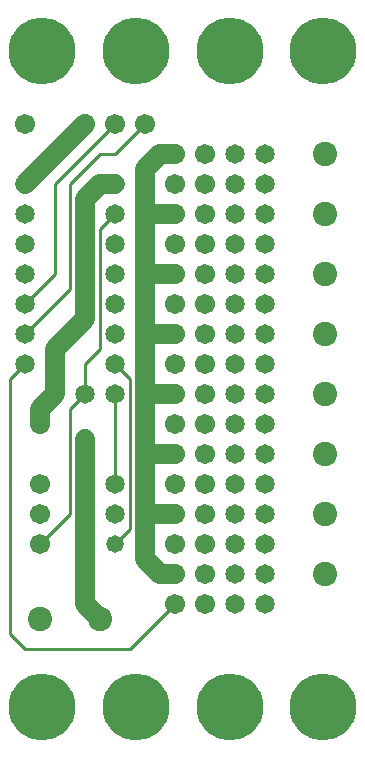
<source format=gtl>
%MOIN*%
%FSLAX25Y25*%
G04 D10 used for Character Trace; *
G04     Circle (OD=.01000) (No hole)*
G04 D11 used for Power Trace; *
G04     Circle (OD=.06700) (No hole)*
G04 D12 used for Signal Trace; *
G04     Circle (OD=.01100) (No hole)*
G04 D13 used for Via; *
G04     Circle (OD=.05800) (Round. Hole ID=.02800)*
G04 D14 used for Component hole; *
G04     Circle (OD=.06500) (Round. Hole ID=.03500)*
G04 D15 used for Component hole; *
G04     Circle (OD=.06700) (Round. Hole ID=.04300)*
G04 D16 used for Component hole; *
G04     Circle (OD=.08100) (Round. Hole ID=.05100)*
G04 D17 used for Component hole; *
G04     Circle (OD=.08900) (Round. Hole ID=.05900)*
G04 D18 used for Component hole; *
G04     Circle (OD=.11300) (Round. Hole ID=.08300)*
G04 D19 used for Component hole; *
G04     Circle (OD=.16000) (Round. Hole ID=.13000)*
G04 D20 used for Component hole; *
G04     Circle (OD=.18300) (Round. Hole ID=.15300)*
G04 D21 used for Component hole; *
G04     Circle (OD=.22291) (Round. Hole ID=.19291)*
%ADD10C,.01000*%
%ADD11C,.06700*%
%ADD12C,.01100*%
%ADD13C,.05800*%
%ADD14C,.06500*%
%ADD15C,.06700*%
%ADD16C,.08100*%
%ADD17C,.08900*%
%ADD18C,.11300*%
%ADD19C,.16000*%
%ADD20C,.18300*%
%ADD21C,.22291*%
%IPPOS*%
%LPD*%
G90*X0Y0D02*D21*X15625Y15625D03*D12*              
X10000Y35000D02*X45000D01*X60000Y50000D01*D15*D03*
X70000Y60000D03*Y50000D03*X60000Y60000D03*D11*    
X55000D01*X50000Y65000D01*Y80000D01*X60000D01*D15*
D03*X70000Y70000D03*Y90000D03*Y80000D03*          
X60000Y90000D03*D11*X50000Y80000D02*Y100000D01*   
X60000D01*D15*D03*X70000Y110000D03*D14*           
X50000Y105000D03*D11*Y100000D01*Y105000D02*       
Y120000D01*X60000D01*D15*D03*X70000Y130000D03*    
Y120000D03*X60000Y130000D03*D11*X50000Y120000D02* 
Y140000D01*X60000D01*D15*D03*X70000Y150000D03*    
Y140000D03*X60000Y150000D03*D11*X50000Y140000D02* 
Y160000D01*X60000D01*D15*D03*X70000Y170000D03*    
Y160000D03*X60000Y170000D03*D11*X50000Y160000D02* 
Y180000D01*X60000D01*D15*D03*X70000Y190000D03*    
Y180000D03*X60000Y190000D03*D11*X50000Y180000D02* 
Y195000D01*X55000Y200000D01*X60000D01*D15*D03*    
X50000Y210000D03*D12*X40000Y200000D01*X35000D01*  
X25000Y190000D01*Y155000D01*X10000Y140000D01*D14* 
D03*D11*X20000Y120000D02*Y135000D01*              
X15000Y115000D02*X20000Y120000D01*                
X15000Y110000D02*Y115000D01*D15*Y110000D03*D12*   
X25000Y80000D02*Y115000D01*X15000Y70000D02*       
X25000Y80000D01*D15*X15000Y70000D03*Y80000D03*    
Y90000D03*D11*X35000Y45000D02*X30000Y50000D01*D16*
X35000Y45000D03*D11*X30000Y50000D02*Y105000D01*   
D14*D03*D12*X25000Y115000D02*X30000Y120000D01*D14*
D03*D12*Y130000D01*X35000Y135000D01*Y175000D01*   
X40000Y180000D01*D14*D03*D11*X30000Y145000D02*    
Y185000D01*X20000Y135000D02*X30000Y145000D01*D14* 
X10000Y130000D03*D12*X5000Y125000D01*Y40000D01*   
X10000Y35000D01*D16*X15000Y45000D03*D13*          
X40000Y70000D03*D12*X45000Y75000D01*Y125000D01*   
X40000Y130000D01*D14*D03*Y140000D03*Y120000D03*   
D12*Y90000D01*D14*D03*Y80000D03*D15*              
X60000Y70000D03*Y110000D03*X70000Y100000D03*D12*  
X55000Y60000D02*X60000D01*D14*X80000Y80000D03*    
Y50000D03*Y60000D03*Y70000D03*X90000Y90000D03*    
X80000D03*X90000Y50000D03*Y60000D03*Y70000D03*    
Y80000D03*Y100000D03*X80000D03*D21*               
X46875Y15625D03*X78125D03*X109375D03*D14*         
X90000Y110000D03*X80000D03*D16*X110000Y60000D03*  
Y80000D03*Y100000D03*Y120000D03*D14*X90000D03*    
X80000D03*X90000Y130000D03*X80000D03*D16*         
X110000Y140000D03*D14*X90000D03*X80000D03*        
X90000Y150000D03*X80000D03*X40000D03*X10000D03*   
D12*X20000Y160000D01*Y190000D01*X40000Y210000D01* 
D15*D03*X30000D03*D11*X10000Y190000D01*D14*D03*   
Y180000D03*D11*X30000Y185000D02*X35000Y190000D01* 
X40000D01*D14*D03*Y170000D03*X10000Y160000D03*D15*
Y210000D03*D14*X40000Y160000D03*D15*              
X70000Y200000D03*D14*X10000Y170000D03*            
X80000Y160000D03*Y170000D03*Y180000D03*Y190000D03*
Y200000D03*D21*X78125Y234375D03*X46875D03*        
X15625D03*D14*X90000Y160000D03*Y170000D03*        
Y180000D03*Y190000D03*Y200000D03*D16*             
X110000Y160000D03*Y180000D03*Y200000D03*D21*      
X109375Y234375D03*M02*                            

</source>
